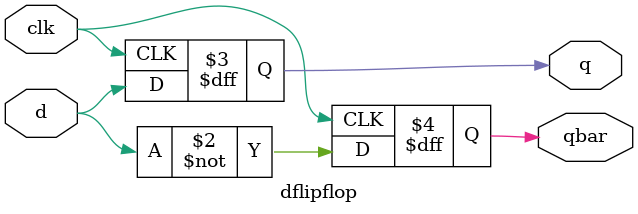
<source format=v>
module dflipflop(q, qbar, d, clk);
output q, qbar;
input d, clk;
reg q, qbar;
always@(posedge clk)
    begin 
        q = d;
        qbar = ~d;
    end
endmodule

</source>
